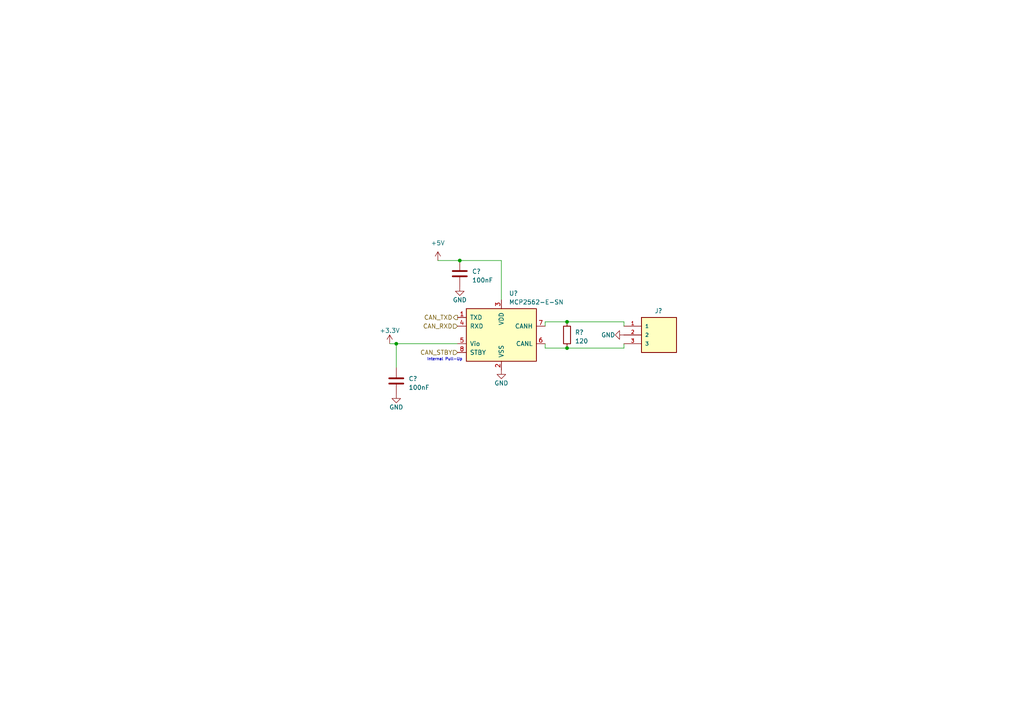
<source format=kicad_sch>
(kicad_sch (version 20230121) (generator eeschema)
  (paper "A4")
  (lib_symbols
    (symbol "Device:C" (pin_numbers hide) (pin_names (offset 0.254))
      (property "Reference" "C" (at 0.635 2.54 0))
      (property "Value" "C" (at 0.635 -2.54 0))
      (symbol "C_0_1"
        (polyline (pts (xy -2.032 -0.762) (xy 2.032 -0.762)) (stroke (width 0.508)))
        (polyline (pts (xy -2.032 0.762) (xy 2.032 0.762)) (stroke (width 0.508)))
      )
      (symbol "C_1_1"
        (pin passive line (at 0 3.81 270) (length 2.794) (name "~") (number "1"))
        (pin passive line (at 0 -3.81 90) (length 2.794) (name "~") (number "2"))
      )
    )
    (symbol "Device:R" (pin_numbers hide) (pin_names (offset 0))
      (property "Reference" "R" (at 2.032 0 90))
      (property "Value" "R" (at 0 0 90))
      (symbol "R_0_1"
        (rectangle (start -1.016 -2.54) (end 1.016 2.54) (stroke (width 0.254)))
      )
      (symbol "R_1_1"
        (pin passive line (at 0 3.81 270) (length 1.27) (name "~") (number "1"))
        (pin passive line (at 0 -3.81 90) (length 1.27) (name "~") (number "2"))
      )
    )
    (symbol "Interface_CAN_LIN:MCP2562-E-SN" (pin_names (offset 1.016))
      (property "Reference" "U" (at -10.16 8.89 0))
      (property "Value" "MCP2562-E-SN" (at 2.54 8.89 0))
      (symbol "MCP2562-E-SN_0_1"
        (rectangle (start -10.16 7.62) (end 10.16 -7.62) (stroke (width 0.254)) (fill (type background)))
      )
      (symbol "MCP2562-E-SN_1_1"
        (pin input line (at -12.7 5.08 0) (length 2.54) (name "TXD") (number "1"))
        (pin power_in line (at 0 -10.16 90) (length 2.54) (name "VSS") (number "2"))
        (pin power_in line (at 0 10.16 270) (length 2.54) (name "VDD") (number "3"))
        (pin output line (at -12.7 2.54 0) (length 2.54) (name "RXD") (number "4"))
        (pin power_in line (at -12.7 -2.54 0) (length 2.54) (name "Vio") (number "5"))
        (pin bidirectional line (at 12.7 -2.54 180) (length 2.54) (name "CANL") (number "6"))
        (pin bidirectional line (at 12.7 2.54 180) (length 2.54) (name "CANH") (number "7"))
        (pin input line (at -12.7 -5.08 0) (length 2.54) (name "STBY") (number "8"))
      )
    )
    (symbol "connectors:TBP02R2-381-03BE" (pin_names (offset 1.016))
      (property "Reference" "J" (at -5.58 5.08 0))
      (property "Value" "TBP02R2-381-03BE" (at -5.08 -7.62 0))
      (symbol "TBP02R2-381-03BE_0_0"
        (rectangle (start -5.08 -5.08) (end 5.08 5.08) (stroke (width 0.254)) (fill (type background)))
        (pin passive line (at -10.16 2.54 0) (length 5.08) (name "1") (number "1"))
        (pin passive line (at -10.16 0 0) (length 5.08) (name "2") (number "2"))
        (pin passive line (at -10.16 -2.54 0) (length 5.08) (name "3") (number "3"))
      )
    )
    (symbol "power:+3.3V" (power) (pin_names (offset 0))
      (property "Value" "+3.3V" (at 0 3.556 0))
      (symbol "+3.3V_0_1"
        (polyline (pts (xy -0.762 1.27) (xy 0 2.54)))
        (polyline (pts (xy 0 0) (xy 0 2.54)))
        (polyline (pts (xy 0 2.54) (xy 0.762 1.27)))
      )
      (symbol "+3.3V_1_1"
        (pin power_in line (at 0 0 90) (length 0) hide (name "+3.3V") (number "1"))
      )
    )
    (symbol "power:+5V" (power) (pin_names (offset 0))
      (property "Value" "+5V" (at 0 3.556 0))
      (symbol "+5V_0_1"
        (polyline (pts (xy -0.762 1.27) (xy 0 2.54)))
        (polyline (pts (xy 0 0) (xy 0 2.54)))
        (polyline (pts (xy 0 2.54) (xy 0.762 1.27)))
      )
      (symbol "+5V_1_1"
        (pin power_in line (at 0 0 90) (length 0) hide (name "+5V") (number "1"))
      )
    )
    (symbol "power:GND" (power) (pin_names (offset 0))
      (property "Value" "GND" (at 0 -3.81 0))
      (symbol "GND_0_1"
        (polyline (pts (xy 0 0) (xy 0 -1.27) (xy 1.27 -1.27) (xy 0 -2.54) (xy -1.27 -1.27) (xy 0 -1.27)))
      )
      (symbol "GND_1_1"
        (pin power_in line (at 0 0 270) (length 0) hide (name "GND") (number "1"))
      )
    )
  )
  (junction (at 114.935 99.695))
  (junction (at 164.465 100.965))
  (junction (at 133.35 75.565))
  (junction (at 164.465 93.345))
  (wire (pts (xy 164.465 100.965) (xy 180.975 100.965)))
  (wire (pts (xy 180.975 100.965) (xy 180.975 99.695)))
  (wire (pts (xy 133.35 75.565) (xy 145.415 75.565)))
  (wire (pts (xy 158.115 99.695) (xy 158.115 100.965)))
  (wire (pts (xy 164.465 93.345) (xy 180.975 93.345)))
  (wire (pts (xy 180.975 93.345) (xy 180.975 94.615)))
  (wire (pts (xy 127 75.565) (xy 133.35 75.565)))
  (wire (pts (xy 114.935 99.695) (xy 114.935 106.68)))
  (wire (pts (xy 158.115 100.965) (xy 164.465 100.965)))
  (wire (pts (xy 114.935 99.695) (xy 132.715 99.695)))
  (wire (pts (xy 158.115 94.615) (xy 158.115 93.345)))
  (wire (pts (xy 113.03 99.695) (xy 114.935 99.695)))
  (wire (pts (xy 145.415 86.995) (xy 145.415 75.565)))
  (wire (pts (xy 158.115 93.345) (xy 164.465 93.345)))
  (text "Internal Pull-Up" (at 123.825 104.775 0) (effects (font (size 0.8 0.8)) (justify left bottom)))
  (hierarchical_label "CAN_STBY" (shape input) (at 132.715 102.235 180))
  (hierarchical_label "CAN_RXD" (shape input) (at 132.715 94.615 180))
  (hierarchical_label "CAN_TXD" (shape output) (at 132.715 92.075 180))
  (symbol (lib_id "power:GND") (at 145.415 107.315 0) (unit 1)
    (property "Reference" "#PWR?" (effects hide))
    (property "Value" "GND" (at 145.415 111.125 0))
    (instances (project "phenobottle" (path "" (reference "#PWR?") (unit 1)) (path "" (reference "#PWR053") (unit 1))) (project "u-nit" (path "" (reference "#PWR045") (unit 1))) (project "blackbox" (path "" (reference "#PWR016") (unit 1))))
  )
  (symbol (lib_id "Device:C") (at 114.935 110.49 0) (unit 1)
    (property "Reference" "C?" (at 118.491 109.855 0) (effects (justify left)))
    (property "Value" "100nF" (at 118.491 112.395 0) (effects (justify left)))
    (property "Footprint" "Capacitor_SMD:C_0805_2012Metric" (effects hide))
    (instances (project "phenobottle" (path "" (reference "C?") (unit 1)) (path "" (reference "C?") (unit 1))) (project "u-nit" (path "" (reference "C13") (unit 1))) (project "blackbox" (path "" (reference "C5") (unit 1))))
  )
  (symbol (lib_id "power:GND") (at 180.975 97.155 270) (unit 1)
    (property "Reference" "#PWR?" (effects hide))
    (property "Value" "GND" (at 178.435 97.155 90) (effects (justify right)))
    (instances (project "phenobottle" (path "" (reference "#PWR?") (unit 1)) (path "" (reference "#PWR054") (unit 1))) (project "u-nit" (path "" (reference "#PWR054") (unit 1))))
  )
  (symbol (lib_id "power:GND") (at 114.935 114.3 0) (unit 1)
    (property "Reference" "#PWR?" (effects hide))
    (property "Value" "GND" (at 114.935 118.11 0))
    (instances (project "phenobottle" (path "" (reference "#PWR?") (unit 1)) (path "" (reference "#PWR050") (unit 1))) (project "u-nit" (path "" (reference "#PWR037") (unit 1))) (project "blackbox" (path "" (reference "#PWR016") (unit 1))))
  )
  (symbol (lib_id "Interface_CAN_LIN:MCP2562-E-SN") (at 145.415 97.155 0) (unit 1)
    (property "Reference" "U?" (at 147.6091 85.09 0) (effects (justify left)))
    (property "Value" "MCP2562-E-SN" (at 147.6091 87.63 0) (effects (justify left)))
    (property "Footprint" "Package_SO:SOIC-8_3.9x4.9mm_P1.27mm" (effects hide))
    (property "Datasheet" "http://ww1.microchip.com/downloads/en/DeviceDoc/25167A.pdf" (effects hide))
    (instances (project "phenobottle" (path "" (reference "U?") (unit 1)) (path "" (reference "U?") (unit 1))) (project "u-nit" (path "" (reference "U4") (unit 1))))
  )
  (symbol (lib_id "power:+3.3V") (at 113.03 99.695 0) (unit 1)
    (property "Reference" "#PWR?" (effects hide))
    (property "Value" "+3.3V" (at 113.03 95.885 0))
    (instances (project "phenobottle" (path "" (reference "#PWR?") (unit 1)) (path "" (reference "#PWR045") (unit 1))) (project "u-nit" (path "" (reference "#PWR035") (unit 1))))
  )
  (symbol (lib_id "Device:R") (at 164.465 97.155 0) (unit 1)
    (property "Reference" "R?" (at 166.751 96.393 0) (effects (justify left)))
    (property "Value" "120" (at 166.751 98.933 0) (effects (justify left)))
    (property "Footprint" "Resistor_SMD:R_0805_2012Metric" (effects hide))
    (instances (project "phenobottle" (path "" (reference "R?") (unit 1)) (path "" (reference "R?") (unit 1))) (project "u-nit" (path "" (reference "R4") (unit 1))) (project "blackbox" (path "" (reference "R1") (unit 1))))
  )
  (symbol (lib_id "Device:C") (at 133.35 79.375 0) (unit 1)
    (property "Reference" "C?" (at 136.906 78.74 0) (effects (justify left)))
    (property "Value" "100nF" (at 136.906 81.28 0) (effects (justify left)))
    (property "Footprint" "Capacitor_SMD:C_0805_2012Metric" (effects hide))
    (instances (project "phenobottle" (path "" (reference "C?") (unit 1)) (path "" (reference "C?") (unit 1))) (project "u-nit" (path "" (reference "C15") (unit 1))) (project "blackbox" (path "" (reference "C5") (unit 1))))
  )
  (symbol (lib_id "power:GND") (at 133.35 83.185 0) (unit 1)
    (property "Reference" "#PWR?" (effects hide))
    (property "Value" "GND" (at 133.35 86.995 0))
    (instances (project "phenobottle" (path "" (reference "#PWR?") (unit 1)) (path "" (reference "#PWR052") (unit 1))) (project "u-nit" (path "" (reference "#PWR043") (unit 1))) (project "blackbox" (path "" (reference "#PWR016") (unit 1))))
  )
  (symbol (lib_id "power:+5V") (at 127 75.565 0) (unit 1)
    (property "Reference" "#PWR?" (effects hide))
    (property "Value" "+5V" (at 127 70.485 0))
    (instances (project "phenobottle" (path "" (reference "#PWR?") (unit 1)) (path "" (reference "#PWR051") (unit 1))) (project "u-nit" (path "" (reference "#PWR041") (unit 1))))
  )
  (symbol (lib_id "connectors:TBP02R2-381-03BE") (at 191.135 97.155 0) (unit 1)
    (property "Reference" "J?" (at 189.865 90.17 0) (effects (justify left)))
    (property "Value" "TBP02R2-381-03BE" (effects hide))
    (property "Footprint" "connectors:TBP02R2-381-03BE" (effects hide))
    (property "MF" "CUI Devices" (effects hide))
    (property "Description" "2~24 Poles, Pluggable, Receptacle, Vertical, 3.81 Pitch, Terminal Block Connector" (effects hide))
    (property "Package" "None" (effects hide))
    (property "Price" "None" (effects hide))
    (property "Check_prices" "https://www.snapeda.com/parts/TBP02R2-381-03BE/CUI+Devices/view-part/?ref=eda" (effects hide))
    (property "STANDARD" "Manufacturer Recommendations" (effects hide))
    (property "SnapEDA_Link" "https://www.snapeda.com/parts/TBP02R2-381-03BE/CUI+Devices/view-part/?ref=snap" (effects hide))
    (property "MP" "TBP02R2-381-03BE" (effects hide))
    (property "Purchase-URL" "https://pricing.snapeda.com/search?q=TBP02R2-381-03BE&ref=eda" (effects hide))
    (property "CUI_purchase_URL" "https://www.cuidevices.com/product/interconnect/connectors/terminal-blocks/tbp02r2-381-series?utm_source=snapeda.com&utm_medium=referral&utm_campaign=snapedaBOM" (effects hide))
    (property "Availability" "In Stock" (effects hide))
    (property "MANUFACTURER" "CUI" (effects hide))
    (instances (project "phenobottle" (path "" (reference "J?") (unit 1)) (path "" (reference "J?") (unit 1))) (project "u-nit" (path "" (reference "J12") (unit 1))))
  )
)
</source>
